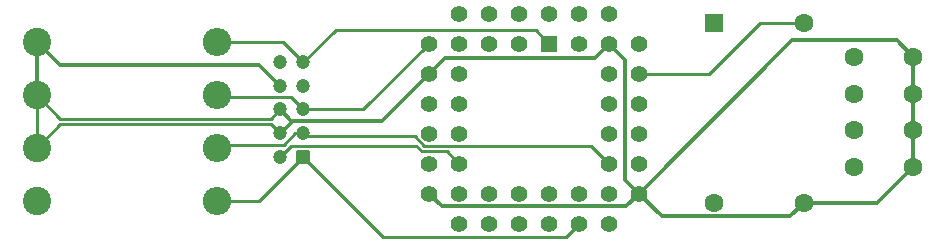
<source format=gbr>
%TF.GenerationSoftware,KiCad,Pcbnew,(6.0.7)*%
%TF.CreationDate,2023-04-25T18:25:47-06:00*%
%TF.ProjectId,altera_programmer,616c7465-7261-45f7-9072-6f6772616d6d,rev?*%
%TF.SameCoordinates,Original*%
%TF.FileFunction,Copper,L1,Top*%
%TF.FilePolarity,Positive*%
%FSLAX46Y46*%
G04 Gerber Fmt 4.6, Leading zero omitted, Abs format (unit mm)*
G04 Created by KiCad (PCBNEW (6.0.7)) date 2023-04-25 18:25:47*
%MOMM*%
%LPD*%
G01*
G04 APERTURE LIST*
G04 Aperture macros list*
%AMRoundRect*
0 Rectangle with rounded corners*
0 $1 Rounding radius*
0 $2 $3 $4 $5 $6 $7 $8 $9 X,Y pos of 4 corners*
0 Add a 4 corners polygon primitive as box body*
4,1,4,$2,$3,$4,$5,$6,$7,$8,$9,$2,$3,0*
0 Add four circle primitives for the rounded corners*
1,1,$1+$1,$2,$3*
1,1,$1+$1,$4,$5*
1,1,$1+$1,$6,$7*
1,1,$1+$1,$8,$9*
0 Add four rect primitives between the rounded corners*
20,1,$1+$1,$2,$3,$4,$5,0*
20,1,$1+$1,$4,$5,$6,$7,0*
20,1,$1+$1,$6,$7,$8,$9,0*
20,1,$1+$1,$8,$9,$2,$3,0*%
G04 Aperture macros list end*
%TA.AperFunction,ComponentPad*%
%ADD10C,2.400000*%
%TD*%
%TA.AperFunction,ComponentPad*%
%ADD11O,2.400000X2.400000*%
%TD*%
%TA.AperFunction,ComponentPad*%
%ADD12C,1.600000*%
%TD*%
%TA.AperFunction,ComponentPad*%
%ADD13RoundRect,0.250000X0.350000X0.350000X-0.350000X0.350000X-0.350000X-0.350000X0.350000X-0.350000X0*%
%TD*%
%TA.AperFunction,ComponentPad*%
%ADD14C,1.200000*%
%TD*%
%TA.AperFunction,ComponentPad*%
%ADD15R,1.600000X1.600000*%
%TD*%
%TA.AperFunction,ComponentPad*%
%ADD16R,1.422400X1.422400*%
%TD*%
%TA.AperFunction,ComponentPad*%
%ADD17C,1.422400*%
%TD*%
%TA.AperFunction,Conductor*%
%ADD18C,0.330200*%
%TD*%
%TA.AperFunction,Conductor*%
%ADD19C,0.250000*%
%TD*%
G04 APERTURE END LIST*
D10*
%TO.P,R4,1*%
%TO.N,VCC*%
X107880000Y-79000000D03*
D11*
%TO.P,R4,2*%
%TO.N,/TDI*%
X123120000Y-79000000D03*
%TD*%
D12*
%TO.P,C4,1*%
%TO.N,VCC*%
X182088618Y-80250000D03*
%TO.P,C4,2*%
%TO.N,GND*%
X177088618Y-80250000D03*
%TD*%
%TO.P,C1,1*%
%TO.N,VCC*%
X182079113Y-89595891D03*
%TO.P,C1,2*%
%TO.N,GND*%
X177079113Y-89595891D03*
%TD*%
D10*
%TO.P,R3,1*%
%TO.N,VCC*%
X107880000Y-83500000D03*
D11*
%TO.P,R3,2*%
%TO.N,/TMS*%
X123120000Y-83500000D03*
%TD*%
D12*
%TO.P,C2,1*%
%TO.N,VCC*%
X182088618Y-86500000D03*
%TO.P,C2,2*%
%TO.N,GND*%
X177088618Y-86500000D03*
%TD*%
D13*
%TO.P,J1,1,Pin_1*%
%TO.N,/TCK*%
X130461545Y-88722877D03*
D14*
%TO.P,J1,2,Pin_2*%
%TO.N,/TDO*%
X130461545Y-86722877D03*
%TO.P,J1,3,Pin_3*%
%TO.N,/TMS*%
X130461545Y-84722877D03*
%TO.P,J1,4,Pin_4*%
%TO.N,unconnected-(J1-Pad4)*%
X130461545Y-82722877D03*
%TO.P,J1,5,Pin_5*%
%TO.N,/TDI*%
X130461545Y-80722877D03*
%TO.P,J1,6,Pin_6*%
%TO.N,GND*%
X128461545Y-80722877D03*
%TO.P,J1,7,Pin_7*%
%TO.N,VCC*%
X128461545Y-82722877D03*
%TO.P,J1,8,Pin_8*%
X128461545Y-84722877D03*
%TO.P,J1,9,Pin_9*%
X128461545Y-86722877D03*
%TO.P,J1,10,Pin_10*%
%TO.N,GND*%
X128461545Y-88722877D03*
%TD*%
D10*
%TO.P,R2,1*%
%TO.N,VCC*%
X107880000Y-88000000D03*
D11*
%TO.P,R2,2*%
%TO.N,/TDO*%
X123120000Y-88000000D03*
%TD*%
D12*
%TO.P,C3,1*%
%TO.N,VCC*%
X182092638Y-83388143D03*
%TO.P,C3,2*%
%TO.N,GND*%
X177092638Y-83388143D03*
%TD*%
D15*
%TO.P,Y1,1,1*%
%TO.N,unconnected-(Y1-Pad1)*%
X165190000Y-77380000D03*
D12*
%TO.P,Y1,2,2*%
%TO.N,GND*%
X165190000Y-92620000D03*
%TO.P,Y1,3,3*%
%TO.N,Net-(U1-Pad37)*%
X172810000Y-77380000D03*
%TO.P,Y1,4,4*%
%TO.N,VCC*%
X172810000Y-92620000D03*
%TD*%
D16*
%TO.P,U1,1,IO1(TDI)*%
%TO.N,/TDI*%
X151270000Y-79150000D03*
D17*
%TO.P,U1,2,IO2*%
%TO.N,unconnected-(U1-Pad2)*%
X148730000Y-76610000D03*
%TO.P,U1,3,IO3*%
%TO.N,unconnected-(U1-Pad3)*%
X148730000Y-79150000D03*
%TO.P,U1,4,GND*%
%TO.N,GND*%
X146190000Y-76610000D03*
%TO.P,U1,5,IO4*%
%TO.N,unconnected-(U1-Pad5)*%
X146190000Y-79150000D03*
%TO.P,U1,6,IO5*%
%TO.N,unconnected-(U1-Pad6)*%
X143650000Y-76610000D03*
%TO.P,U1,7,IO6(TMS)*%
%TO.N,/TMS*%
X141110000Y-79150000D03*
%TO.P,U1,8,IO7*%
%TO.N,unconnected-(U1-Pad8)*%
X143650000Y-79150000D03*
%TO.P,U1,9,VCC*%
%TO.N,VCC*%
X141110000Y-81690000D03*
%TO.P,U1,10,IO8*%
%TO.N,unconnected-(U1-Pad10)*%
X143650000Y-81690000D03*
%TO.P,U1,11,IO9*%
%TO.N,unconnected-(U1-Pad11)*%
X141110000Y-84230000D03*
%TO.P,U1,12,IO10*%
%TO.N,unconnected-(U1-Pad12)*%
X143650000Y-84230000D03*
%TO.P,U1,13,IO11*%
%TO.N,unconnected-(U1-Pad13)*%
X141110000Y-86770000D03*
%TO.P,U1,14,IO12*%
%TO.N,unconnected-(U1-Pad14)*%
X143650000Y-86770000D03*
%TO.P,U1,15,IO13*%
%TO.N,unconnected-(U1-Pad15)*%
X141110000Y-89310000D03*
%TO.P,U1,16,GND*%
%TO.N,GND*%
X143650000Y-89310000D03*
%TO.P,U1,17,VCC*%
%TO.N,VCC*%
X141110000Y-91850000D03*
%TO.P,U1,18,IO14*%
%TO.N,unconnected-(U1-Pad18)*%
X143650000Y-94390000D03*
%TO.P,U1,19,IO15*%
%TO.N,unconnected-(U1-Pad19)*%
X143650000Y-91850000D03*
%TO.P,U1,20,IO16*%
%TO.N,unconnected-(U1-Pad20)*%
X146190000Y-94390000D03*
%TO.P,U1,21,IO17*%
%TO.N,unconnected-(U1-Pad21)*%
X146190000Y-91850000D03*
%TO.P,U1,22,IO18*%
%TO.N,unconnected-(U1-Pad22)*%
X148730000Y-94390000D03*
%TO.P,U1,23,IO19*%
%TO.N,unconnected-(U1-Pad23)*%
X148730000Y-91850000D03*
%TO.P,U1,24,GND*%
%TO.N,GND*%
X151270000Y-94390000D03*
%TO.P,U1,25,IO20*%
%TO.N,unconnected-(U1-Pad25)*%
X151270000Y-91850000D03*
%TO.P,U1,26,IO21(TCK)*%
%TO.N,/TCK*%
X153810000Y-94390000D03*
%TO.P,U1,27,IO22*%
%TO.N,unconnected-(U1-Pad27)*%
X153810000Y-91850000D03*
%TO.P,U1,28,IO23*%
%TO.N,unconnected-(U1-Pad28)*%
X156350000Y-94390000D03*
%TO.P,U1,29,VCC*%
%TO.N,VCC*%
X158890000Y-91850000D03*
%TO.P,U1,30,IO24*%
%TO.N,unconnected-(U1-Pad30)*%
X156350000Y-91850000D03*
%TO.P,U1,31,IO25*%
%TO.N,unconnected-(U1-Pad31)*%
X158890000Y-89310000D03*
%TO.P,U1,32,IO26(TDO)*%
%TO.N,/TDO*%
X156350000Y-89310000D03*
%TO.P,U1,33,IO27*%
%TO.N,unconnected-(U1-Pad33)*%
X158890000Y-86770000D03*
%TO.P,U1,34,IO28*%
%TO.N,unconnected-(U1-Pad34)*%
X156350000Y-86770000D03*
%TO.P,U1,35,IO29*%
%TO.N,unconnected-(U1-Pad35)*%
X158890000Y-84230000D03*
%TO.P,U1,36,GND*%
%TO.N,GND*%
X156350000Y-84230000D03*
%TO.P,U1,37,IN1(GCLK1)*%
%TO.N,Net-(U1-Pad37)*%
X158890000Y-81690000D03*
%TO.P,U1,38,IN2(OE1)*%
%TO.N,unconnected-(U1-Pad38)*%
X156350000Y-81690000D03*
%TO.P,U1,39,IN3(GCLRn)*%
%TO.N,unconnected-(U1-Pad39)*%
X158890000Y-79150000D03*
%TO.P,U1,40,IN4(OE/GCLK2)*%
%TO.N,unconnected-(U1-Pad40)*%
X156350000Y-76610000D03*
%TO.P,U1,41,VCC*%
%TO.N,VCC*%
X156350000Y-79150000D03*
%TO.P,U1,42,IO30*%
%TO.N,unconnected-(U1-Pad42)*%
X153810000Y-76610000D03*
%TO.P,U1,43,IO31*%
%TO.N,unconnected-(U1-Pad43)*%
X153810000Y-79150000D03*
%TO.P,U1,44,IO32*%
%TO.N,unconnected-(U1-Pad44)*%
X151270000Y-76610000D03*
%TD*%
D10*
%TO.P,R1,1*%
%TO.N,GND*%
X107880000Y-92500000D03*
D11*
%TO.P,R1,2*%
%TO.N,/TCK*%
X123120000Y-92500000D03*
%TD*%
D18*
%TO.N,VCC*%
X141110000Y-81690000D02*
X142468990Y-80331010D01*
X109880000Y-81000000D02*
X126738668Y-81000000D01*
X129801334Y-85698666D02*
X129437334Y-85698666D01*
X107880000Y-79000000D02*
X109880000Y-81000000D01*
X157813700Y-92926300D02*
X158890000Y-91850000D01*
X141110000Y-81690000D02*
X137101334Y-85698666D01*
D19*
X109880000Y-85500000D02*
X127684422Y-85500000D01*
D18*
X157708990Y-90668990D02*
X158890000Y-91850000D01*
X160825100Y-93785100D02*
X158890000Y-91850000D01*
D19*
X109880000Y-86000000D02*
X127738668Y-86000000D01*
D18*
X155168990Y-80331010D02*
X156350000Y-79150000D01*
X126738668Y-81000000D02*
X128461545Y-82722877D01*
X142186300Y-92926300D02*
X157813700Y-92926300D01*
X141110000Y-91850000D02*
X142186300Y-92926300D01*
X182079113Y-86509505D02*
X182088618Y-86500000D01*
D19*
X128461545Y-86722877D02*
X129485756Y-85698666D01*
D18*
X182088618Y-80250000D02*
X180708618Y-78870000D01*
X171644900Y-93785100D02*
X160825100Y-93785100D01*
X180708618Y-78870000D02*
X171870000Y-78870000D01*
D19*
X129485756Y-85698666D02*
X129801334Y-85698666D01*
D18*
X182092638Y-80254020D02*
X182088618Y-80250000D01*
D19*
X127684422Y-85500000D02*
X128461545Y-84722877D01*
D18*
X158890000Y-91850000D02*
X171870000Y-78870000D01*
X182088618Y-86500000D02*
X182088618Y-83392163D01*
X182088618Y-83392163D02*
X182092638Y-83388143D01*
X182092638Y-83388143D02*
X182092638Y-80254020D01*
X107880000Y-79000000D02*
X107880000Y-83500000D01*
X142468990Y-80331010D02*
X155168990Y-80331010D01*
X172810000Y-92620000D02*
X179055004Y-92620000D01*
X156350000Y-79150000D02*
X157708990Y-80508990D01*
X172810000Y-92620000D02*
X171644900Y-93785100D01*
D19*
X107880000Y-88000000D02*
X109880000Y-86000000D01*
D18*
X182079113Y-89595891D02*
X182079113Y-86509505D01*
D19*
X107880000Y-83500000D02*
X107880000Y-88000000D01*
X127738668Y-86000000D02*
X128461545Y-86722877D01*
D18*
X157708990Y-80508990D02*
X157708990Y-90668990D01*
X179055004Y-92620000D02*
X182079113Y-89595891D01*
X137101334Y-85698666D02*
X129801334Y-85698666D01*
X129437334Y-85698666D02*
X128461545Y-84722877D01*
D19*
X107880000Y-83500000D02*
X109880000Y-85500000D01*
%TO.N,GND*%
X140494395Y-88256200D02*
X142596200Y-88256200D01*
X128461545Y-88722877D02*
X129386545Y-87797877D01*
X140036072Y-87797877D02*
X140494395Y-88256200D01*
X129386545Y-87797877D02*
X140036072Y-87797877D01*
X142596200Y-88256200D02*
X143650000Y-89310000D01*
%TO.N,/TCK*%
X126684422Y-92500000D02*
X130461545Y-88722877D01*
X137238668Y-95500000D02*
X130461545Y-88722877D01*
X152700000Y-95500000D02*
X137238668Y-95500000D01*
X123120000Y-92500000D02*
X126684422Y-92500000D01*
X153810000Y-94390000D02*
X152700000Y-95500000D01*
%TO.N,/TDO*%
X130738668Y-87000000D02*
X130461545Y-86722877D01*
X154846200Y-87806200D02*
X140680791Y-87806200D01*
X128795509Y-87704491D02*
X129777123Y-86722877D01*
X140680791Y-87806200D02*
X139874591Y-87000000D01*
X123415509Y-87704491D02*
X128795509Y-87704491D01*
X129777123Y-86722877D02*
X130461545Y-86722877D01*
X156350000Y-89310000D02*
X154846200Y-87806200D01*
X139874591Y-87000000D02*
X130738668Y-87000000D01*
X123120000Y-88000000D02*
X123415509Y-87704491D01*
%TO.N,/TMS*%
X123120000Y-83500000D02*
X123327859Y-83707859D01*
X123120000Y-83500000D02*
X123545000Y-83925000D01*
X141110000Y-79150000D02*
X135537123Y-84722877D01*
X135537123Y-84722877D02*
X130461545Y-84722877D01*
X123327859Y-83707859D02*
X129446527Y-83707859D01*
X129446527Y-83707859D02*
X130461545Y-84722877D01*
%TO.N,/TDI*%
X150120000Y-78000000D02*
X133184422Y-78000000D01*
X123120000Y-79000000D02*
X128738668Y-79000000D01*
X133184422Y-78000000D02*
X130461545Y-80722877D01*
X151270000Y-79150000D02*
X150120000Y-78000000D01*
X128738668Y-79000000D02*
X130461545Y-80722877D01*
%TO.N,Net-(U1-Pad37)*%
X169120000Y-77380000D02*
X172810000Y-77380000D01*
X164810000Y-81690000D02*
X169120000Y-77380000D01*
X158890000Y-81690000D02*
X164810000Y-81690000D01*
%TD*%
M02*

</source>
